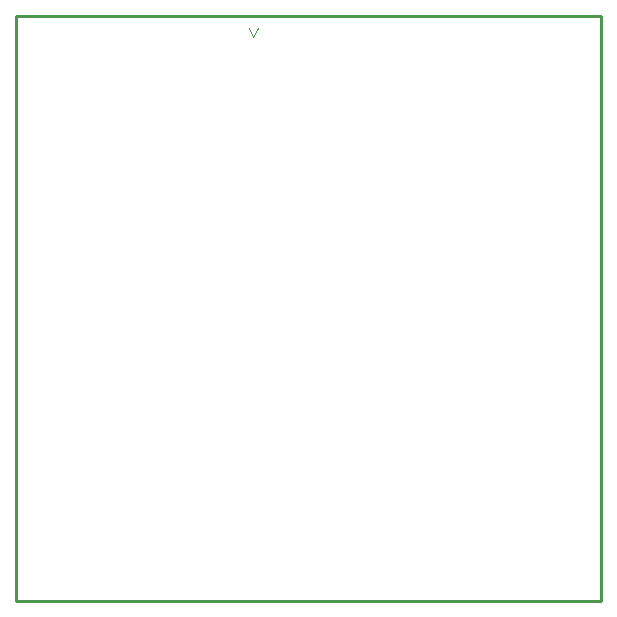
<source format=gbp>
G75*
G70*
%OFA0B0*%
%FSLAX24Y24*%
%IPPOS*%
%LPD*%
%AMOC8*
5,1,8,0,0,1.08239X$1,22.5*
%
%ADD10C,0.0100*%
%ADD11C,0.0040*%
D10*
X002681Y002681D02*
X022181Y002681D01*
X022181Y022181D01*
X002681Y022181D01*
X002681Y002681D01*
D11*
X010581Y021465D02*
X010735Y021772D01*
X010428Y021772D02*
X010581Y021465D01*
M02*

</source>
